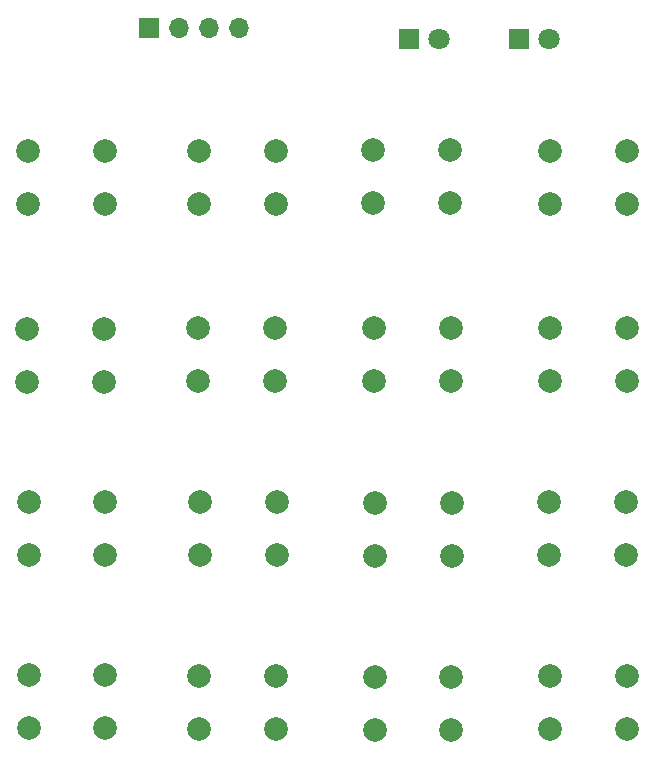
<source format=gbr>
%TF.GenerationSoftware,KiCad,Pcbnew,8.0.6*%
%TF.CreationDate,2024-10-18T13:29:46-03:00*%
%TF.ProjectId,analog-keypad-16-keys,616e616c-6f67-42d6-9b65-797061642d31,rev?*%
%TF.SameCoordinates,Original*%
%TF.FileFunction,Soldermask,Bot*%
%TF.FilePolarity,Negative*%
%FSLAX46Y46*%
G04 Gerber Fmt 4.6, Leading zero omitted, Abs format (unit mm)*
G04 Created by KiCad (PCBNEW 8.0.6) date 2024-10-18 13:29:46*
%MOMM*%
%LPD*%
G01*
G04 APERTURE LIST*
%ADD10C,2.000000*%
%ADD11R,1.700000X1.700000*%
%ADD12O,1.700000X1.700000*%
%ADD13R,1.800000X1.800000*%
%ADD14C,1.800000*%
G04 APERTURE END LIST*
D10*
%TO.C,SW1*%
X98800000Y-49600000D03*
X105300000Y-49600000D03*
X98800000Y-54100000D03*
X105300000Y-54100000D03*
%TD*%
%TO.C,SW11*%
X128200000Y-79400000D03*
X134700000Y-79400000D03*
X128200000Y-83900000D03*
X134700000Y-83900000D03*
%TD*%
D11*
%TO.C,J1*%
X109060000Y-39200000D03*
D12*
X111600000Y-39200000D03*
X114140000Y-39200000D03*
X116680000Y-39200000D03*
%TD*%
D10*
%TO.C,SW4*%
X98850000Y-93950000D03*
X105350000Y-93950000D03*
X98850000Y-98450000D03*
X105350000Y-98450000D03*
%TD*%
%TO.C,SW15*%
X142950000Y-79350000D03*
X149450000Y-79350000D03*
X142950000Y-83850000D03*
X149450000Y-83850000D03*
%TD*%
D13*
%TO.C,D2*%
X140400000Y-40100000D03*
D14*
X142940000Y-40100000D03*
%TD*%
D10*
%TO.C,SW7*%
X113350000Y-79350000D03*
X119850000Y-79350000D03*
X113350000Y-83850000D03*
X119850000Y-83850000D03*
%TD*%
%TO.C,SW13*%
X143000000Y-49600000D03*
X149500000Y-49600000D03*
X143000000Y-54100000D03*
X149500000Y-54100000D03*
%TD*%
%TO.C,SW12*%
X128150000Y-94150000D03*
X134650000Y-94150000D03*
X128150000Y-98650000D03*
X134650000Y-98650000D03*
%TD*%
%TO.C,SW3*%
X98850000Y-79350000D03*
X105350000Y-79350000D03*
X98850000Y-83850000D03*
X105350000Y-83850000D03*
%TD*%
%TO.C,SW10*%
X128100000Y-64600000D03*
X134600000Y-64600000D03*
X128100000Y-69100000D03*
X134600000Y-69100000D03*
%TD*%
%TO.C,SW6*%
X113200000Y-64600000D03*
X119700000Y-64600000D03*
X113200000Y-69100000D03*
X119700000Y-69100000D03*
%TD*%
%TO.C,SW2*%
X98750000Y-64650000D03*
X105250000Y-64650000D03*
X98750000Y-69150000D03*
X105250000Y-69150000D03*
%TD*%
%TO.C,SW9*%
X128050000Y-49550000D03*
X134550000Y-49550000D03*
X128050000Y-54050000D03*
X134550000Y-54050000D03*
%TD*%
%TO.C,SW16*%
X143000000Y-94100000D03*
X149500000Y-94100000D03*
X143000000Y-98600000D03*
X149500000Y-98600000D03*
%TD*%
%TO.C,SW14*%
X143000000Y-64600000D03*
X149500000Y-64600000D03*
X143000000Y-69100000D03*
X149500000Y-69100000D03*
%TD*%
%TO.C,SW5*%
X113300000Y-49600000D03*
X119800000Y-49600000D03*
X113300000Y-54100000D03*
X119800000Y-54100000D03*
%TD*%
D13*
%TO.C,D1*%
X131060000Y-40100000D03*
D14*
X133600000Y-40100000D03*
%TD*%
D10*
%TO.C,SW8*%
X113300000Y-94050000D03*
X119800000Y-94050000D03*
X113300000Y-98550000D03*
X119800000Y-98550000D03*
%TD*%
M02*

</source>
